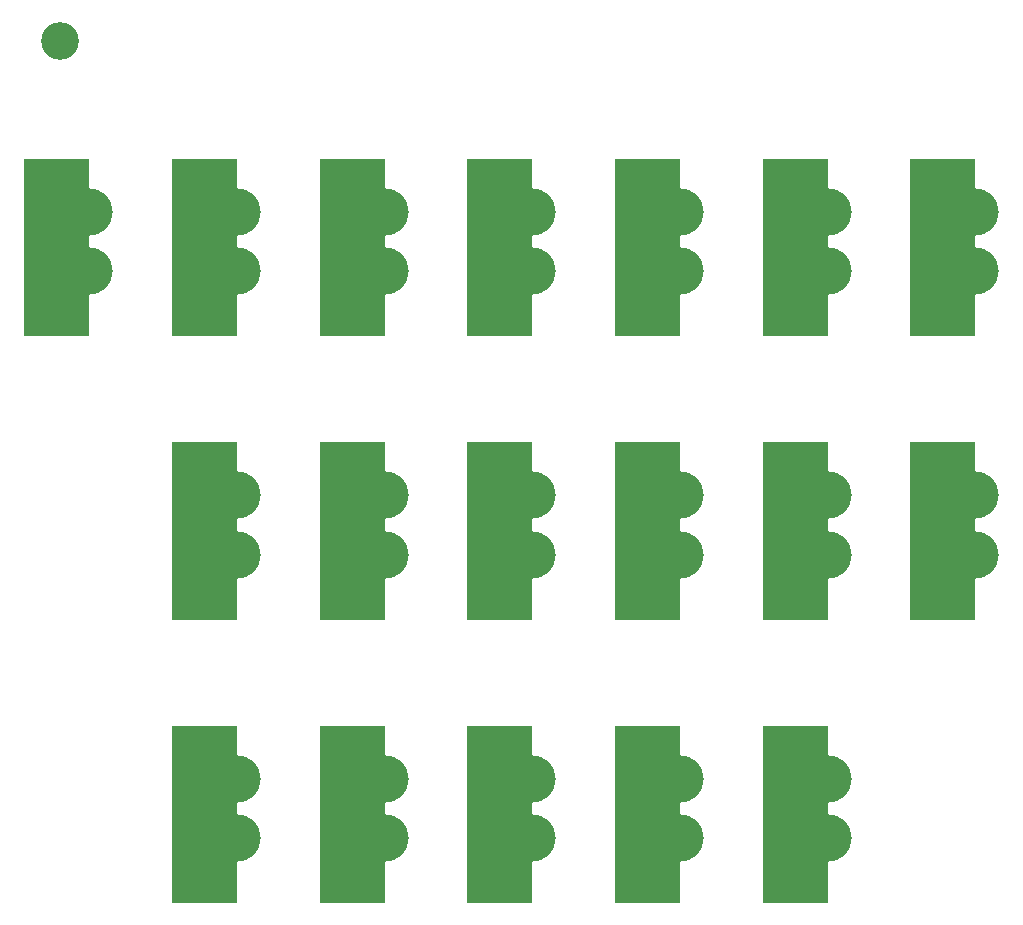
<source format=gts>
G04 #@! TF.GenerationSoftware,KiCad,Pcbnew,7.0.8*
G04 #@! TF.CreationDate,2023-10-17T14:12:28+02:00*
G04 #@! TF.ProjectId,pour_fillet,706f7572-5f66-4696-9c6c-65742e6b6963,rev?*
G04 #@! TF.SameCoordinates,Original*
G04 #@! TF.FileFunction,Soldermask,Top*
G04 #@! TF.FilePolarity,Negative*
%FSLAX46Y46*%
G04 Gerber Fmt 4.6, Leading zero omitted, Abs format (unit mm)*
G04 Created by KiCad (PCBNEW 7.0.8) date 2023-10-17 14:12:28*
%MOMM*%
%LPD*%
G01*
G04 APERTURE LIST*
%ADD10C,4.000000*%
%ADD11C,3.200000*%
G04 APERTURE END LIST*
G36*
X149500000Y-62500000D02*
G01*
X155000000Y-62500000D01*
X155000000Y-77500000D01*
X149500000Y-77500000D01*
X149500000Y-62500000D01*
G37*
G36*
X99500000Y-110500000D02*
G01*
X105000000Y-110500000D01*
X105000000Y-125500000D01*
X99500000Y-125500000D01*
X99500000Y-110500000D01*
G37*
G36*
X124500000Y-110500000D02*
G01*
X130000000Y-110500000D01*
X130000000Y-125500000D01*
X124500000Y-125500000D01*
X124500000Y-110500000D01*
G37*
G36*
X112000000Y-110500000D02*
G01*
X117500000Y-110500000D01*
X117500000Y-125500000D01*
X112000000Y-125500000D01*
X112000000Y-110500000D01*
G37*
G36*
X87000000Y-110500000D02*
G01*
X92500000Y-110500000D01*
X92500000Y-125500000D01*
X87000000Y-125500000D01*
X87000000Y-110500000D01*
G37*
G36*
X99500000Y-62500000D02*
G01*
X105000000Y-62500000D01*
X105000000Y-77500000D01*
X99500000Y-77500000D01*
X99500000Y-62500000D01*
G37*
G36*
X137000000Y-86500000D02*
G01*
X142500000Y-86500000D01*
X142500000Y-101500000D01*
X137000000Y-101500000D01*
X137000000Y-86500000D01*
G37*
G36*
X124500000Y-62500000D02*
G01*
X130000000Y-62500000D01*
X130000000Y-77500000D01*
X124500000Y-77500000D01*
X124500000Y-62500000D01*
G37*
G36*
X137000000Y-110500000D02*
G01*
X142500000Y-110500000D01*
X142500000Y-125500000D01*
X137000000Y-125500000D01*
X137000000Y-110500000D01*
G37*
G36*
X87000000Y-86500000D02*
G01*
X92500000Y-86500000D01*
X92500000Y-101500000D01*
X87000000Y-101500000D01*
X87000000Y-86500000D01*
G37*
G36*
X74500000Y-62500000D02*
G01*
X80000000Y-62500000D01*
X80000000Y-77500000D01*
X74500000Y-77500000D01*
X74500000Y-62500000D01*
G37*
G36*
X149500000Y-86500000D02*
G01*
X155000000Y-86500000D01*
X155000000Y-101500000D01*
X149500000Y-101500000D01*
X149500000Y-86500000D01*
G37*
G36*
X87000000Y-62500000D02*
G01*
X92500000Y-62500000D01*
X92500000Y-77500000D01*
X87000000Y-77500000D01*
X87000000Y-62500000D01*
G37*
G36*
X137000000Y-62500000D02*
G01*
X142500000Y-62500000D01*
X142500000Y-77500000D01*
X137000000Y-77500000D01*
X137000000Y-62500000D01*
G37*
G36*
X124500000Y-86500000D02*
G01*
X130000000Y-86500000D01*
X130000000Y-101500000D01*
X124500000Y-101500000D01*
X124500000Y-86500000D01*
G37*
G36*
X112000000Y-62500000D02*
G01*
X117500000Y-62500000D01*
X117500000Y-77500000D01*
X112000000Y-77500000D01*
X112000000Y-62500000D01*
G37*
G36*
X112000000Y-86500000D02*
G01*
X117500000Y-86500000D01*
X117500000Y-101500000D01*
X112000000Y-101500000D01*
X112000000Y-86500000D01*
G37*
G36*
X99500000Y-86500000D02*
G01*
X105000000Y-86500000D01*
X105000000Y-101500000D01*
X99500000Y-101500000D01*
X99500000Y-86500000D01*
G37*
D10*
X105000000Y-120000000D03*
X80000000Y-67000000D03*
X130000000Y-67000000D03*
X92500000Y-91000000D03*
X117500000Y-72000000D03*
D11*
X77500000Y-52500000D03*
D10*
X92500000Y-115000000D03*
X92500000Y-67000000D03*
X155000000Y-96000000D03*
X142500000Y-115000000D03*
X105000000Y-91000000D03*
X142500000Y-96000000D03*
X105000000Y-67000000D03*
X92500000Y-96000000D03*
X130000000Y-91000000D03*
X142500000Y-120000000D03*
X105000000Y-115000000D03*
X130000000Y-120000000D03*
X130000000Y-96000000D03*
X117500000Y-67000000D03*
X155000000Y-91000000D03*
X117500000Y-91000000D03*
X130000000Y-115000000D03*
X142500000Y-91000000D03*
X155000000Y-72000000D03*
X80000000Y-72000000D03*
X130000000Y-72000000D03*
X92500000Y-72000000D03*
X92500000Y-120000000D03*
X105000000Y-96000000D03*
X105000000Y-72000000D03*
X142500000Y-67000000D03*
X142500000Y-72000000D03*
X155000000Y-67000000D03*
X117500000Y-120000000D03*
X117500000Y-96000000D03*
X117500000Y-115000000D03*
M02*

</source>
